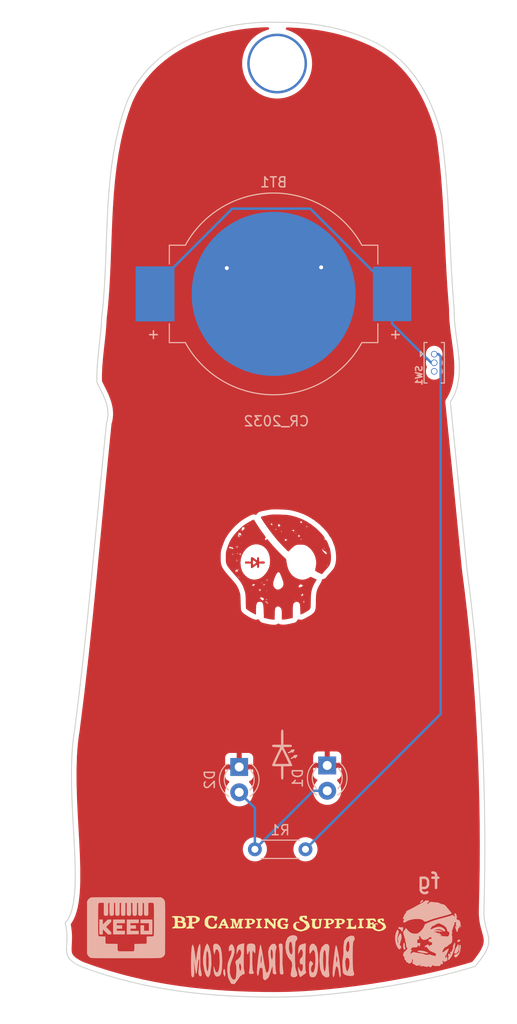
<source format=kicad_pcb>
(kicad_pcb (version 20211014) (generator pcbnew)
  (title_block (title "Toor Camp - Learn to Solder Latern") (date "2022-06-28") (rev "1.0") (company "BadgePirates"))
  (layers (0 "F.Cu" signal) (31 "B.Cu" signal) (34 "B.Paste" user) (35 "F.Paste" user) (36 "B.SilkS" user "B.Silkscreen") (37 "F.SilkS" user "F.Silkscreen") (38 "B.Mask" user) (39 "F.Mask" user) (44 "Edge.Cuts" user))
  (net 0 "")
  (net 1 "Net-(BT1-Pad1)")
  (net 2 "GND")
  (net 3 "VCC")
  (net 4 "Net-(R1-Pad1)")
  (footprint "LOGO" (layer "F.Cu") (at 98.349139 97.130104)
    (fp_text reference "G***" hide)
    (fp_text value "LOGO" hide)
  )
  (footprint "LOGO" (layer "F.Cu") (at 98.468176 97.132398)
    (fp_text reference "G***" hide)
    (fp_text value "LOGO" hide)
  )
  (footprint "BadgePiratesLogo:FG_B.SILK" (layer "F.Cu") (at 138.4808 140.2588)
    (fp_text reference "G***" hide)
    (fp_text value "fg")
  )
  (footprint "BadgePirates:Hole_5.5mm" (layer "F.Cu") (at 123.2916 53.1622)
    (fp_text reference "REF**" hide)
    (fp_text value "5.5mm")
  )
  (footprint "LOGO" (layer "F.Cu") (at 98.2628 97.3135)
    (fp_text reference "G***" hide)
    (fp_text value "LOGO" hide)
  )
  (footprint "BadgePiratesLogo:NG_B.SLK" (layer "F.Cu") (at 108.0262 139.6492)
    (fp_text reference "G***" hide)
    (fp_text value "NG_BSilk" hide)
  )
  (footprint "LOGO" (layer "F.Cu") (at 98.2628 97.3135)
    (fp_text reference "G***" hide)
    (fp_text value "LOGO" hide)
  )
  (footprint "BadgePiratesLogo:BPSkull_Distressed_F.CU" (layer "F.Cu") (at 123.3932 103.6828)
    (fp_text reference "G***" hide)
    (fp_text value "BP LOGO" hide)
  )
  (footprint "BadgePiratesLogo:BadgePiratesURL_B.SLK" (layer "F.Cu") (at 122.8598 143.7894)
    (fp_text reference "G***" hide)
    (fp_text value "LOGO" hide)
  )
  (footprint "LOGO" (layer "F.Cu") (at 98.2628 97.3135)
    (fp_text reference "G***" hide)
    (fp_text value "LOGO" hide)
  )
  (footprint "LOGO" (layer "F.Cu") (at 98.2628 97.3135)
    (fp_text reference "G***" hide)
    (fp_text value "LOGO" hide)
  )
  (footprint "LED_THT:LED_D3.0mm" (layer "B.Cu") (at 119.4816 123.7438 -90)
    (fp_text reference "D2")
    (fp_text value "LED")
  )
  (footprint "LED_THT:LED_D3.0mm" (layer "B.Cu") (at 128.3208 123.5914 -90)
    (fp_text reference "D1")
    (fp_text value "LED")
  )
  (footprint "BadgePirates:BatteryHolder_MPD_BC2003_1x2032_Fixed" (layer "B.Cu") (at 122.936 76.2762 180)
    (fp_text reference "BT1")
    (fp_text value "Battery_Cell")
  )
  (footprint "BadgePirates:SW_Slide_1P2T_CK_TH" (layer "B.Cu") (at 139.0136 82.1182 -90)
    (fp_text reference "SW1")
    (fp_text value "SW_SPDT")
  )
  (footprint "BadgePiratesLogo:LED_Schematic_B.SLK" (layer "B.Cu") (at 124.1044 122.5296 90)
    (fp_text reference "G***" hide)
    (fp_text value "LOGO" hide)
  )
  (footprint "Resistor_THT:R_Axial_DIN0204_L3.6mm_D1.6mm_P5.08mm_Horizontal" (layer "B.Cu") (at 126.1364 132.0038 180)
    (fp_text reference "R1")
    (fp_text value "R_US")
  )
  (gr_line (start 116.6586 49.89403) (end 116.121 50.07068) (layer "Edge.Cuts") (width 0.1))
  (gr_line (start 108.042 57.4828) (end 107.8197 58.1418) (layer "Edge.Cuts") (width 0.1))
  (gr_line (start 102.1646 142.3713) (end 102.2165 142.588) (layer "Edge.Cuts") (width 0.1))
  (gr_line (start 144.1405 139.2932) (end 144.0828 138.8861) (layer "Edge.Cuts") (width 0.1))
  (gr_line (start 102.9061 143.3879) (end 103.2432 143.5887) (layer "Edge.Cuts") (width 0.1))
  (gr_line (start 140.2424 144.5557) (end 141.31 144.2826) (layer "Edge.Cuts") (width 0.1))
  (gr_line (start 105.7708 93.0834) (end 105.3991 96.9349) (layer "Edge.Cuts") (width 0.1))
  (gr_line (start 138.851 57.5428) (end 138.5564 56.88012) (layer "Edge.Cuts") (width 0.1))
  (gr_line (start 106.283 88.6825) (end 106.2345 88.9556) (layer "Edge.Cuts") (width 0.1))
  (gr_line (start 117.7515 49.59057) (end 117.2024 49.73406) (layer "Edge.Cuts") (width 0.1))
  (gr_line (start 102.9654 136.2705) (end 102.9174 136.7843) (layer "Edge.Cuts") (width 0.1))
  (gr_line (start 102.1604 140.2746) (end 102.1844 140.6609) (layer "Edge.Cuts") (width 0.1))
  (gr_line (start 102.2165 142.588) (end 102.3078 142.7945) (layer "Edge.Cuts") (width 0.1))
  (gr_line (start 143.2904 112.2665) (end 143.0884 110.1459) (layer "Edge.Cuts") (width 0.1))
  (gr_line (start 139.1196 58.2196) (end 138.851 57.5428) (layer "Edge.Cuts") (width 0.1))
  (gr_line (start 118.8619 49.35237) (end 118.305 49.4634) (layer "Edge.Cuts") (width 0.1))
  (gr_line (start 106.0002 74.5948) (end 105.9187 75.9783) (layer "Edge.Cuts") (width 0.1))
  (gr_line (start 144.1071 127.3003) (end 144.0539 125.1509) (layer "Edge.Cuts") (width 0.1))
  (gr_line (start 105.2895 82.7694) (end 105.2252 83.5745) (layer "Edge.Cuts") (width 0.1))
  (gr_line (start 115.5905 50.26417) (end 115.068 50.47468) (layer "Edge.Cuts") (width 0.1))
  (gr_line (start 106.2345 88.9556) (end 106.1579 89.2336) (layer "Edge.Cuts") (width 0.1))
  (gr_line (start 106.1579 89.2336) (end 105.7708 93.0834) (layer "Edge.Cuts") (width 0.1))
  (gr_line (start 106.4985 64.8957) (end 106.3789 66.2726) (layer "Edge.Cuts") (width 0.1))
  (gr_line (start 128.4521 146.5548) (end 129.8442 146.4075) (layer "Edge.Cuts") (width 0.1))
  (gr_line (start 144.3768 141.9818) (end 144.4876 141.6584) (layer "Edge.Cuts") (width 0.1))
  (gr_line (start 111.2845 52.79252) (end 110.8746 53.1641) (layer "Edge.Cuts") (width 0.1))
  (gr_line (start 108.497 145.2847) (end 109.7053 145.5652) (layer "Edge.Cuts") (width 0.1))
  (gr_line (start 144.5211 140.8179) (end 144.4637 140.5501) (layer "Edge.Cuts") (width 0.1))
  (gr_line (start 140.9941 86.5871) (end 141.1199 86.3139) (layer "Edge.Cuts") (width 0.1))
  (gr_line (start 137.8845 55.60562) (end 137.505 54.99787) (layer "Edge.Cuts") (width 0.1))
  (gr_line (start 143.7678 118.6902) (end 143.63 116.5413) (layer "Edge.Cuts") (width 0.1))
  (gr_line (start 140.7656 73.3811) (end 140.5524 69.0124) (layer "Edge.Cuts") (width 0.1))
  (gr_line (start 141.5372 82.5415) (end 141.4737 81.9387) (layer "Edge.Cuts") (width 0.1))
  (gr_line (start 123.3348 49.02415) (end 122.2264 49.01533) (layer "Edge.Cuts") (width 0.1))
  (gr_line (start 141.3968 81.3339) (end 141.2322 80.1238) (layer "Edge.Cuts") (width 0.1))
  (gr_line (start 104.2807 108.4886) (end 103.8753 112.3355) (layer "Edge.Cuts") (width 0.1))
  (gr_line (start 107.1145 60.8114) (end 106.8582 62.1636) (layer "Edge.Cuts") (width 0.1))
  (gr_line (start 139.932 61.3958) (end 139.7801 60.3148) (layer "Edge.Cuts") (width 0.1))
  (gr_line (start 106.2377 87.6319) (end 106.2807 87.889) (layer "Edge.Cuts") (width 0.1))
  (gr_line (start 133.277 51.1147) (end 132.7006 50.83593) (layer "Edge.Cuts") (width 0.1))
  (gr_line (start 135.6707 52.81142) (end 135.1275 52.3362) (layer "Edge.Cuts") (width 0.1))
  (gr_line (start 102.6879 126.965) (end 102.7553 128.426) (layer "Edge.Cuts") (width 0.1))
  (gr_line (start 144.3877 140.2731) (end 144.2168 139.6539) (layer "Edge.Cuts") (width 0.1))
  (gr_line (start 105.3722 81.9611) (end 105.2895 82.7694) (layer "Edge.Cuts") (width 0.1))
  (gr_line (start 143.0884 110.1459) (end 142.8648 108.0401) (layer "Edge.Cuts") (width 0.1))
  (gr_line (start 109.4145 54.83995) (end 109.0989 55.30717) (layer "Edge.Cuts") (width 0.1))
  (gr_line (start 140.274 64.6514) (end 140.1766 63.5643) (layer "Edge.Cuts") (width 0.1))
  (gr_line (start 139.7801 60.3148) (end 139.583 59.6077) (layer "Edge.Cuts") (width 0.1))
  (gr_line (start 109.7053 145.5652) (end 110.9142 145.8124) (layer "Edge.Cuts") (width 0.1))
  (gr_line (start 144.4876 141.6584) (end 144.5423 141.3628) (layer "Edge.Cuts") (width 0.1))
  (gr_line (start 121.8561 146.8252) (end 123.0831 146.8342) (layer "Edge.Cuts") (width 0.1))
  (gr_line (start 144.2168 139.6539) (end 144.1405 139.2932) (layer "Edge.Cuts") (width 0.1))
  (gr_line (start 123.3348 49.02415) (end 123.3348 49.02415) (layer "Edge.Cuts") (width 0.1))
  (gr_line (start 114.5544 50.70238) (end 114.0507 50.94746) (layer "Edge.Cuts") (width 0.1))
  (gr_line (start 132.1144 50.5792) (end 131.5193 50.34403) (layer "Edge.Cuts") (width 0.1))
  (gr_line (start 105.1902 84.3745) (end 105.1956 85.1676) (layer "Edge.Cuts") (width 0.1))
  (gr_line (start 104.8726 144.2272) (end 106.0808 144.6174) (layer "Edge.Cuts") (width 0.1))
  (gr_line (start 127.1703 49.25996) (end 126.5326 49.17949) (layer "Edge.Cuts") (width 0.1))
  (gr_line (start 143.6156 143.212) (end 143.9502 142.7494) (layer "Edge.Cuts") (width 0.1))
  (gr_line (start 102.1436 141.8934) (end 102.1433 142.141) (layer "Edge.Cuts") (width 0.1))
  (gr_line (start 103.0152 133.9438) (end 103.0157 135.1572) (layer "Edge.Cuts") (width 0.1))
  (gr_line (start 105.6866 86.1404) (end 105.912 86.6303) (layer "Edge.Cuts") (width 0.1))
  (gr_line (start 136.179 53.31725) (end 135.6707 52.81142) (layer "Edge.Cuts") (width 0.1))
  (gr_line (start 137.505 54.99787) (end 137.095 54.41252) (layer "Edge.Cuts") (width 0.1))
  (gr_line (start 108.8047 55.79404) (end 108.5331 56.30074) (layer "Edge.Cuts") (width 0.1))
  (gr_line (start 129.0653 49.60902) (end 128.4375 49.47423) (layer "Edge.Cuts") (width 0.1))
  (gr_line (start 127.8056 49.35804) (end 127.1703 49.25996) (layer "Edge.Cuts") (width 0.1))
  (gr_line (start 135.1275 52.3362) (end 134.5482 51.89364) (layer "Edge.Cuts") (width 0.1))
  (gr_line (start 131.2375 146.2349) (end 132.6228 146.0398) (layer "Edge.Cuts") (width 0.1))
  (gr_line (start 112.1516 52.10497) (end 111.7104 52.43953) (layer "Edge.Cuts") (width 0.1))
  (gr_line (start 112.1239 146.0282) (end 113.3345 146.2142) (layer "Edge.Cuts") (width 0.1))
  (gr_line (start 105.6677 78.7293) (end 105.6211 79.5334) (layer "Edge.Cuts") (width 0.1))
  (gr_line (start 141.5115 84.9045) (end 141.5745 84.3237) (layer "Edge.Cuts") (width 0.1))
  (gr_line (start 106.1651 70.4294) (end 106.0631 73.2078) (layer "Edge.Cuts") (width 0.1))
  (gr_line (start 114.0507 50.94746) (end 113.5576 51.21008) (layer "Edge.Cuts") (width 0.1))
  (gr_line (start 110.9142 145.8124) (end 112.1239 146.0282) (layer "Edge.Cuts") (width 0.1))
  (gr_line (start 103.6639 143.7969) (end 104.8726 144.2272) (layer "Edge.Cuts") (width 0.1))
  (gr_line (start 136.6533 53.85163) (end 136.179 53.31725) (layer "Edge.Cuts") (width 0.1))
  (gr_line (start 141.2286 86.0376) (end 141.3212 85.7583) (layer "Edge.Cuts") (width 0.1))
  (gr_line (start 141.3986 85.4762) (end 141.5115 84.9045) (layer "Edge.Cuts") (width 0.1))
  (gr_line (start 110.1069 53.96377) (end 109.7508 54.39221) (layer "Edge.Cuts") (width 0.1))
  (gr_line (start 106.6556 63.5255) (end 106.4985 64.8957) (layer "Edge.Cuts") (width 0.1))
  (gr_line (start 102.6445 125.5052) (end 102.6879 126.965) (layer "Edge.Cuts") (width 0.1))
  (gr_line (start 140.8504 86.857) (end 140.9941 86.5871) (layer "Edge.Cuts") (width 0.1))
  (gr_line (start 102.1844 140.6609) (end 102.186 141.0124) (layer "Edge.Cuts") (width 0.1))
  (gr_line (start 124.6125 49.03885) (end 123.9729 49.02393) (layer "Edge.Cuts") (width 0.1))
  (gr_line (start 102.7679 137.7155) (end 102.6632 138.1288) (layer "Edge.Cuts") (width 0.1))
  (gr_line (start 125.7091 146.7621) (end 127.0707 146.674) (layer "Edge.Cuts") (width 0.1))
  (gr_line (start 117.2024 49.73406) (end 116.6586 49.89403) (layer "Edge.Cuts") (width 0.1))
  (gr_line (start 102.8521 137.2667) (end 102.7679 137.7155) (layer "Edge.Cuts") (width 0.1))
  (gr_line (start 144.1112 135.8055) (end 144.1413 133.6984) (layer "Edge.Cuts") (width 0.1))
  (gr_line (start 144.1413 133.6984) (end 144.1508 131.5767) (layer "Edge.Cuts") (width 0.1))
  (gr_line (start 105.1956 85.1676) (end 105.6866 86.1404) (layer "Edge.Cuts") (width 0.1))
  (gr_line (start 120.5447 49.11438) (end 119.9827 49.17804) (layer "Edge.Cuts") (width 0.1))
  (gr_line (start 103.4377 116.1783) (end 102.9585 120.0156) (layer "Edge.Cuts") (width 0.1))
  (gr_line (start 116.121 50.07068) (end 115.5905 50.26417) (layer "Edge.Cuts") (width 0.1))
  (gr_line (start 107.2652 60.1394) (end 107.1145 60.8114) (layer "Edge.Cuts") (width 0.1))
  (gr_line (start 143.63 116.5413) (end 143.4709 114.3992) (layer "Edge.Cuts") (width 0.1))
  (gr_line (start 102.6632 138.1288) (end 102.5365 138.5044) (layer "Edge.Cuts") (width 0.1))
  (gr_line (start 102.1048 139.85) (end 102.1604 140.2746) (layer "Edge.Cuts") (width 0.1))
  (gr_line (start 127.0707 146.674) (end 128.4521 146.5548) (layer "Edge.Cuts") (width 0.1))
  (gr_line (start 102.7553 128.426) (end 102.912 131.2839) (layer "Edge.Cuts") (width 0.1))
  (gr_line (start 124.3768 146.8165) (end 125.7091 146.7621) (layer "Edge.Cuts") (width 0.1))
  (gr_line (start 110.4818 53.55446) (end 110.1069 53.96377) (layer "Edge.Cuts") (width 0.1))
  (gr_line (start 104.6635 104.6388) (end 104.2807 108.4886) (layer "Edge.Cuts") (width 0.1))
  (gr_line (start 107.8197 58.1418) (end 107.6168 58.8044) (layer "Edge.Cuts") (width 0.1))
  (gr_line (start 141.5306 95.5025) (end 140.6878 87.1235) (layer "Edge.Cuts") (width 0.1))
  (gr_line (start 102.8603 120.649) (end 102.782 121.3018) (layer "Edge.Cuts") (width 0.1))
  (gr_line (start 115.7596 146.5037) (end 116.9746 146.6105) (layer "Edge.Cuts") (width 0.1))
  (gr_line (start 102.211 139.1339) (end 102.0091 139.3837) (layer "Edge.Cuts") (width 0.1))
  (gr_line (start 140.0634 62.479) (end 139.932 61.3958) (layer "Edge.Cuts") (width 0.1))
  (gr_line (start 102.3078 142.7945) (end 102.4472 142.9942) (layer "Edge.Cuts") (width 0.1))
  (gr_line (start 144.1508 131.5767) (end 144.1394 129.4431) (layer "Edge.Cuts") (width 0.1))
  (gr_line (start 141.4737 81.9387) (end 141.3968 81.3339) (layer "Edge.Cuts") (width 0.1))
  (gr_line (start 144.1394 129.4431) (end 144.1071 127.3003) (layer "Edge.Cuts") (width 0.1))
  (gr_line (start 141.0675 78.3284) (end 141.0637 77.7407) (layer "Edge.Cuts") (width 0.1))
  (gr_line (start 136.6368 145.3479) (end 137.8965 145.0912) (layer "Edge.Cuts") (width 0.1))
  (gr_line (start 137.095 54.41252) (end 136.6533 53.85163) (layer "Edge.Cuts") (width 0.1))
  (gr_line (start 143.4709 114.3992) (end 143.2904 112.2665) (layer "Edge.Cuts") (width 0.1))
  (gr_line (start 144.5423 141.3628) (end 144.5504 141.0857) (layer "Edge.Cuts") (width 0.1))
  (gr_line (start 144.0604 137.8954) (end 144.1112 135.8055) (layer "Edge.Cuts") (width 0.1))
  (gr_line (start 102.1567 141.6251) (end 102.1436 141.8934) (layer "Edge.Cuts") (width 0.1))
  (gr_line (start 119.4215 49.25731) (end 118.8619 49.35237) (layer "Edge.Cuts") (width 0.1))
  (gr_line (start 106.2888 67.6548) (end 106.2202 69.0409) (layer "Edge.Cuts") (width 0.1))
  (gr_line (start 102.6374 124.0635) (end 102.6445 125.5052) (layer "Edge.Cuts") (width 0.1))
  (gr_line (start 106.2202 69.0409) (end 106.1651 70.4294) (layer "Edge.Cuts") (width 0.1))
  (gr_line (start 142.2949 144.0096) (end 143.1877 143.7397) (layer "Edge.Cuts") (width 0.1))
  (gr_line (start 107.4323 59.4703) (end 107.2652 60.1394) (layer "Edge.Cuts") (width 0.1))
  (gr_line (start 109.7508 54.39221) (end 109.4145 54.83995) (layer "Edge.Cuts") (width 0.1))
  (gr_line (start 140.8946 75.5631) (end 140.7656 73.3811) (layer "Edge.Cuts") (width 0.1))
  (gr_line (start 115.068 50.47468) (end 114.5544 50.70238) (layer "Edge.Cuts") (width 0.1))
  (gr_line (start 102.912 131.2839) (end 102.9765 132.6471) (layer "Edge.Cuts") (width 0.1))
  (gr_line (start 106.8582 62.1636) (end 106.6556 63.5255) (layer "Edge.Cuts") (width 0.1))
  (gr_line (start 110.8746 53.1641) (end 110.4818 53.55446) (layer "Edge.Cuts") (width 0.1))
  (gr_line (start 106.0631 73.2078) (end 106.0002 74.5948) (layer "Edge.Cuts") (width 0.1))
  (gr_line (start 105.3991 96.9349) (end 104.6635 104.6388) (layer "Edge.Cuts") (width 0.1))
  (gr_line (start 140.5524 69.0124) (end 140.4308 66.8299) (layer "Edge.Cuts") (width 0.1))
  (gr_line (start 130.3054 49.93637) (end 129.6882 49.76291) (layer "Edge.Cuts") (width 0.1))
  (gr_line (start 140.6878 87.1235) (end 140.8504 86.857) (layer "Edge.Cuts") (width 0.1))
  (gr_line (start 109.0989 55.30717) (end 108.8047 55.79404) (layer "Edge.Cuts") (width 0.1))
  (gr_line (start 132.6228 146.0398) (end 133.9906 145.825) (layer "Edge.Cuts") (width 0.1))
  (gr_line (start 108.2847 56.82744) (end 108.042 57.4828) (layer "Edge.Cuts") (width 0.1))
  (gr_line (start 137.8965 145.0912) (end 139.1015 144.8262) (layer "Edge.Cuts") (width 0.1))
  (gr_line (start 107.6168 58.8044) (end 107.4323 59.4703) (layer "Edge.Cuts") (width 0.1))
  (gr_line (start 105.2252 83.5745) (end 105.1902 84.3745) (layer "Edge.Cuts") (width 0.1))
  (gr_line (start 121.6675 49.0332) (end 121.1066 49.06616) (layer "Edge.Cuts") (width 0.1))
  (gr_line (start 144.2008 142.3424) (end 144.3768 141.9818) (layer "Edge.Cuts") (width 0.1))
  (gr_line (start 133.9906 145.825) (end 135.3318 145.5934) (layer "Edge.Cuts") (width 0.1))
  (gr_line (start 102.6437 143.1909) (end 102.9061 143.3879) (layer "Edge.Cuts") (width 0.1))
  (gr_line (start 141.3212 85.7583) (end 141.3986 85.4762) (layer "Edge.Cuts") (width 0.1))
  (gr_line (start 142.6195 105.9518) (end 142.3526 103.8836) (layer "Edge.Cuts") (width 0.1))
  (gr_line (start 138.5564 56.88012) (end 138.2346 56.23372) (layer "Edge.Cuts") (width 0.1))
  (gr_line (start 140.4308 66.8299) (end 140.274 64.6514) (layer "Edge.Cuts") (width 0.1))
  (gr_line (start 106.3789 66.2726) (end 106.2888 67.6548) (layer "Edge.Cuts") (width 0.1))
  (gr_line (start 123.0831 146.8342) (end 124.3768 146.8165) (layer "Edge.Cuts") (width 0.1))
  (gr_line (start 113.5576 51.21008) (end 113.0761 51.49042) (layer "Edge.Cuts") (width 0.1))
  (gr_line (start 119.4106 146.757) (end 120.632 146.8001) (layer "Edge.Cuts") (width 0.1))
  (gr_line (start 121.1066 49.06616) (end 120.5447 49.11438) (layer "Edge.Cuts") (width 0.1))
  (gr_line (start 142.8648 108.0401) (end 142.6195 105.9518) (layer "Edge.Cuts") (width 0.1))
  (gr_line (start 123.9729 49.02393) (end 123.3348 49.02415) (layer "Edge.Cuts") (width 0.1))
  (gr_line (start 105.912 86.6303) (end 106.1014 87.1264) (layer "Edge.Cuts") (width 0.1))
  (gr_line (start 144.5504 141.0857) (end 144.5211 140.8179) (layer "Edge.Cuts") (width 0.1))
  (gr_line (start 119.9827 49.17804) (end 119.4215 49.25731) (layer "Edge.Cuts") (width 0.1))
  (gr_line (start 105.9187 75.9783) (end 105.8105 77.357) (layer "Edge.Cuts") (width 0.1))
  (gr_line (start 102.9174 136.7843) (end 102.8521 137.2667) (layer "Edge.Cuts") (width 0.1))
  (gr_line (start 133.9318 51.48579) (end 133.277 51.1147) (layer "Edge.Cuts") (width 0.1))
  (gr_line (start 141.5745 84.3237) (end 141.5949 83.7354) (layer "Edge.Cuts") (width 0.1))
  (gr_line (start 106.3054 88.4139) (end 106.283 88.6825) (layer "Edge.Cuts") (width 0.1))
  (gr_line (start 103.8753 112.3355) (end 103.4377 116.1783) (layer "Edge.Cuts") (width 0.1))
  (gr_line (start 141.5949 83.7354) (end 141.58 83.1409) (layer "Edge.Cuts") (width 0.1))
  (gr_line (start 106.0808 144.6174) (end 107.2889 144.9693) (layer "Edge.Cuts") (width 0.1))
  (gr_line (start 141.159 79.5213) (end 141.1017 78.9224) (layer "Edge.Cuts") (width 0.1))
  (gr_line (start 102.9585 120.0156) (end 102.8603 120.649) (layer "Edge.Cuts") (width 0.1))
  (gr_line (start 125.2529 49.06943) (end 124.6125 49.03885) (layer "Edge.Cuts") (width 0.1))
  (gr_line (start 144.0539 125.1509) (end 143.9797 122.9977) (layer "Edge.Cuts") (width 0.1))
  (gr_line (start 103.2432 143.5887) (end 103.6639 143.7969) (layer "Edge.Cuts") (width 0.1))
  (gr_line (start 143.1877 143.7397) (end 143.6156 143.212) (layer "Edge.Cuts") (width 0.1))
  (gr_line (start 108.5331 56.30074) (end 108.2847 56.82744) (layer "Edge.Cuts") (width 0.1))
  (gr_line (start 118.1915 146.6944) (end 119.4106 146.757) (layer "Edge.Cuts") (width 0.1))
  (gr_line (start 102.4472 142.9942) (end 102.6437 143.1909) (layer "Edge.Cuts") (width 0.1))
  (gr_line (start 118.305 49.4634) (end 117.7515 49.59057) (layer "Edge.Cuts") (width 0.1))
  (gr_line (start 128.4375 49.47423) (end 127.8056 49.35804) (layer "Edge.Cuts") (width 0.1))
  (gr_line (start 105.6211 79.5334) (end 105.549 80.3413) (layer "Edge.Cuts") (width 0.1))
  (gr_line (start 105.549 80.3413) (end 105.3722 81.9611) (layer "Edge.Cuts") (width 0.1))
  (gr_line (start 102.1433 142.141) (end 102.1646 142.3713) (layer "Edge.Cuts") (width 0.1))
  (gr_line (start 102.3863 138.8401) (end 102.211 139.1339) (layer "Edge.Cuts") (width 0.1))
  (gr_line (start 106.1773 87.3778) (end 106.2377 87.6319) (layer "Edge.Cuts") (width 0.1))
  (gr_line (start 102.0091 139.3837) (end 102.1048 139.85) (layer "Edge.Cuts") (width 0.1))
  (gr_line (start 132.7006 50.83593) (end 132.1144 50.5792) (layer "Edge.Cuts") (width 0.1))
  (gr_line (start 131.5193 50.34403) (end 130.916 50.12992) (layer "Edge.Cuts") (width 0.1))
  (gr_line (start 102.186 141.0124) (end 102.1567 141.6251) (layer "Edge.Cuts") (width 0.1))
  (gr_line (start 102.6791 122.6567) (end 102.6374 124.0635) (layer "Edge.Cuts") (width 0.1))
  (gr_line (start 102.9765 132.6471) (end 103.0152 133.9438) (layer "Edge.Cuts") (width 0.1))
  (gr_line (start 116.9746 146.6105) (end 118.1915 146.6944) (layer "Edge.Cuts") (width 0.1))
  (gr_line (start 130.916 50.12992) (end 130.3054 49.93637) (layer "Edge.Cuts") (width 0.1))
  (gr_line (start 102.5365 138.5044) (end 102.3863 138.8401) (layer "Edge.Cuts") (width 0.1))
  (gr_line (start 103.0157 135.1572) (end 102.9977 135.7274) (layer "Edge.Cuts") (width 0.1))
  (gr_line (start 135.3318 145.5934) (end 136.6368 145.3479) (layer "Edge.Cuts") (width 0.1))
  (gr_line (start 144.0828 138.8861) (end 144.053 138.4232) (layer "Edge.Cuts") (width 0.1))
  (gr_line (start 112.6072 51.78866) (end 112.1516 52.10497) (layer "Edge.Cuts") (width 0.1))
  (gr_line (start 105.8105 77.357) (end 105.6677 78.7293) (layer "Edge.Cuts") (width 0.1))
  (gr_line (start 106.1014 87.1264) (end 106.1773 87.3778) (layer "Edge.Cuts") (width 0.1))
  (gr_line (start 123.3348 49.02415) (end 123.3348 49.02415) (layer "Edge.Cuts") (width 0.1))
  (gr_line (start 143.9797 122.9977) (end 143.8843 120.8432) (layer "Edge.Cuts") (width 0.1))
  (gr_line (start 144.053 138.4232) (end 144.0604 137.8954) (layer "Edge.Cuts") (width 0.1))
  (gr_line (start 141.1017 78.9224) (end 141.0675 78.3284) (layer "Edge.Cuts") (width 0.1))
  (gr_line (start 140.1766 63.5643) (end 140.0634 62.479) (layer "Edge.Cuts") (width 0.1))
  (gr_line (start 139.1015 144.8262) (end 140.2424 144.5557) (layer "Edge.Cuts") (width 0.1))
  (gr_line (start 129.6882 49.76291) (end 129.0653 49.60902) (layer "Edge.Cuts") (width 0.1))
  (gr_line (start 102.7221 121.9717) (end 102.6791 122.6567) (layer "Edge.Cuts") (width 0.1))
  (gr_line (start 111.7104 52.43953) (end 111.2845 52.79252) (layer "Edge.Cuts") (width 0.1))
  (gr_line (start 144.4637 140.5501) (end 144.3877 140.2731) (layer "Edge.Cuts") (width 0.1))
  (gr_line (start 102.9977 135.7274) (end 102.9654 136.2705) (layer "Edge.Cuts") (width 0.1))
  (gr_line (start 120.632 146.8001) (end 121.8561 146.8252) (layer "Edge.Cuts") (width 0.1))
  (gr_line (start 125.8932 49.11614) (end 125.2529 49.06943) (layer "Edge.Cuts") (width 0.1))
  (gr_line (start 113.3345 146.2142) (end 114.5463 146.3721) (layer "Edge.Cuts") (width 0.1))
  (gr_line (start 138.2346 56.23372) (end 137.8845 55.60562) (layer "Edge.Cuts") (width 0.1))
  (gr_line (start 134.5482 51.89364) (end 133.9318 51.48579) (layer "Edge.Cuts") (width 0.1))
  (gr_line (start 142.3526 103.8836) (end 141.5306 95.5025) (layer "Edge.Cuts") (width 0.1))
  (gr_line (start 141.31 144.2826) (end 142.2949 144.0096) (layer "Edge.Cuts") (width 0.1))
  (gr_line (start 114.5463 146.3721) (end 115.7596 146.5037) (layer "Edge.Cuts") (width 0.1))
  (gr_line (start 107.2889 144.9693) (end 108.497 145.2847) (layer "Edge.Cuts") (width 0.1))
  (gr_line (start 141.0637 77.7407) (end 140.8946 75.5631) (layer "Edge.Cuts") (width 0.1))
  (gr_line (start 102.782 121.3018) (end 102.7221 121.9717) (layer "Edge.Cuts") (width 0.1))
  (gr_line (start 141.1199 86.3139) (end 141.2286 86.0376) (layer "Edge.Cuts") (width 0.1))
  (gr_line (start 106.2807 87.889) (end 106.3039 88.1496) (layer "Edge.Cuts") (width 0.1))
  (gr_line (start 143.8843 120.8432) (end 143.7678 118.6902) (layer "Edge.Cuts") (width 0.1))
  (gr_line (start 106.3039 88.1496) (end 106.3054 88.4139) (layer "Edge.Cuts") (width 0.1))
  (gr_line (start 113.0761 51.49042) (end 112.6072 51.78866) (layer "Edge.Cuts") (width 0.1))
  (gr_line (start 122.2264 49.01533) (end 121.6675 49.0332) (layer "Edge.Cuts") (width 0.1))
  (gr_line (start 139.583 59.6077) (end 139.3632 58.9086) (layer "Edge.Cuts") (width 0.1))
  (gr_line (start 126.5326 49.17949) (end 125.8932 49.11614) (layer "Edge.Cuts") (width 0.1))
  (gr_line (start 129.8442 146.4075) (end 131.2375 146.2349) (layer "Edge.Cuts") (width 0.1))
  (gr_line (start 141.2322 80.1238) (end 141.159 79.5213) (layer "Edge.Cuts") (width 0.1))
  (gr_line (start 143.9502 142.7494) (end 144.2008 142.3424) (layer "Edge.Cuts") (width 0.1))
  (gr_line (start 141.58 83.1409) (end 141.5372 82.5415) (layer "Edge.Cuts") (width 0.1))
  (gr_line (start 139.3632 58.9086) (end 139.1196 58.2196) (layer "Edge.Cuts") (width 0.1))
  (segment (start 111.031 76.2762) (end 111.031 75.4689) (width 0.25) (layer "B.Cu") (net 1))
  (segment (start 111.031 75.4689) (end 118.777967 67.721933) (width 0.25) (layer "B.Cu") (net 1))
  (segment (start 118.777967 67.721933) (end 126.624533 67.721933) (width 0.25) (layer "B.Cu") (net 1))
  (segment (start 134.841 75.9384) (end 134.841 76.2762) (width 0.25) (layer "B.Cu") (net 1))
  (segment (start 138.7636 83.185) (end 139.0644 83.185) (width 0.25) (layer "B.Cu") (net 1))
  (segment (start 126.624533 67.721933) (end 134.841 75.9384) (width 0.25) (layer "B.Cu") (net 1))
  (segment (start 134.841 79.2624) (end 138.7636 83.185) (width 0.25) (layer "B.Cu") (net 1))
  (segment (start 134.841 76.2762) (end 134.841 79.2624) (width 0.25) (layer "B.Cu") (net 1))
  (via (at 118.237 73.6854) (size 0.6) (drill 0.4) (layers "F.Cu" "B.Cu") (net 2))
  (via (at 127.7112 73.6092) (size 0.6) (drill 0.4) (layers "F.Cu" "B.Cu") (net 2))
  (segment (start 125.603 73.6092) (end 122.936 76.2762) (width 0.25) (layer "B.Cu") (net 2))
  (segment (start 120.3452 73.6854) (end 122.936 76.2762) (width 0.25) (layer "B.Cu") (net 2))
  (segment (start 118.237 73.6854) (end 120.3452 73.6854) (width 0.25) (layer "B.Cu") (net 2))
  (segment (start 127.7112 73.6092) (end 125.603 73.6092) (width 0.25) (layer "B.Cu") (net 2))
  (segment (start 121.0564 127.8586) (end 119.4816 126.2838) (width 0.25) (layer "B.Cu") (net 3))
  (segment (start 126.9288 126.1314) (end 121.0564 132.0038) (width 0.25) (layer "B.Cu") (net 3))
  (segment (start 128.3208 126.1314) (end 126.9288 126.1314) (width 0.25) (layer "B.Cu") (net 3))
  (segment (start 121.0564 132.0038) (end 121.0564 127.8586) (width 0.25) (layer "B.Cu") (net 3))
  (segment (start 139.4968 82.3214) (end 139.0644 82.3214) (width 0.25) (layer "B.Cu") (net 4))
  (segment (start 126.1364 132.0038) (end 139.713911 118.426289) (width 0.25) (layer "B.Cu") (net 4))
  (segment (start 139.713911 82.538511) (end 139.4968 82.3214) (width 0.25) (layer "B.Cu") (net 4))
  (segment (start 139.713911 118.426289) (end 139.713911 82.538511) (width 0.25) (layer "B.Cu") (net 4))
  (zone (net 2) (net_name "GND") (layer "F.Cu") (connect_pads (clearance 0.508)) (min_thickness 0.254) (fill yes (thermal_gap 0.508) (thermal_bridge_width 0.508))
    (polygon (pts (xy 142.9512 47.3964) (xy 147.3962 149.5298) (xy 98.7044 148.717) (xy 104.6226 50.3428) (xy 106.1212 46.7868)))
  )
)
</source>
